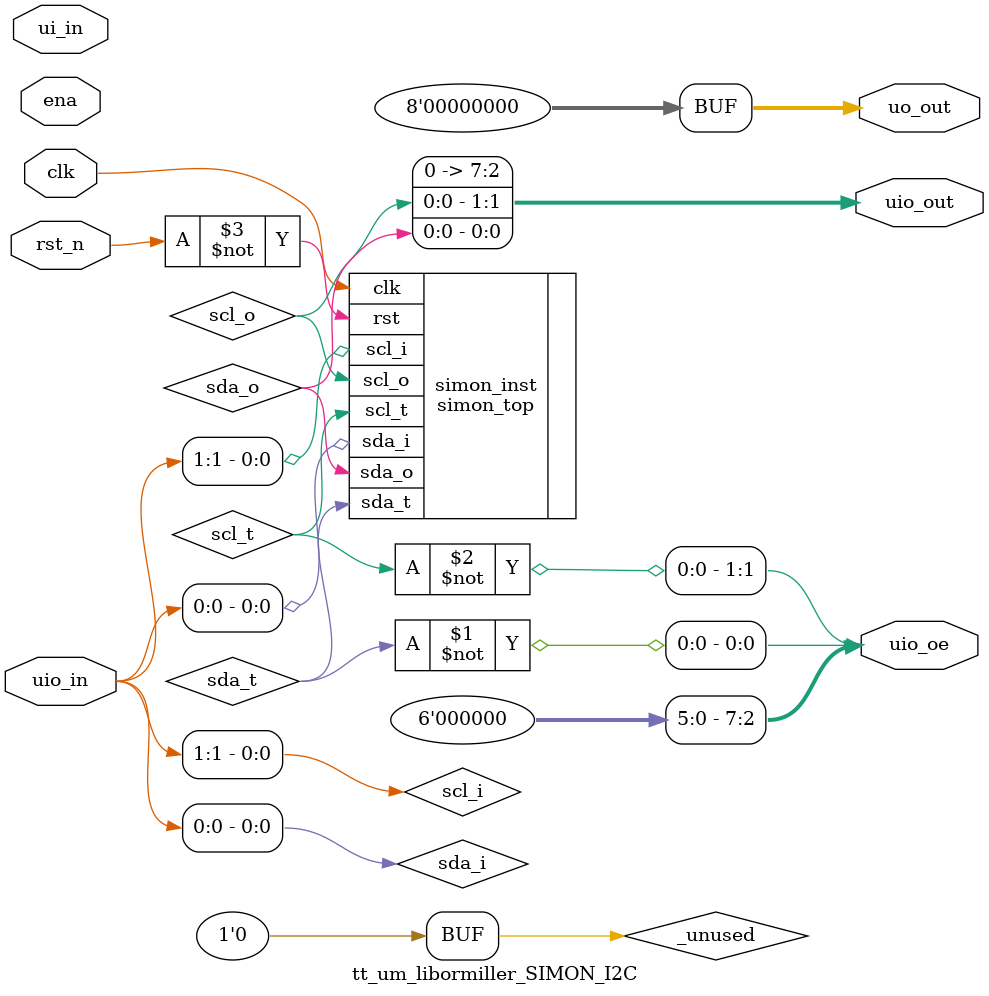
<source format=v>
/*
 * Copyright (c) 2024 Libor Miller
 * SPDX-License-Identifier: Apache-2.0
 */

`default_nettype none

module tt_um_libormiller_SIMON_I2C (
    input  wire [7:0] ui_in,    // Dedicated inputs
    output wire [7:0] uo_out,   // Dedicated outputs
    input  wire [7:0] uio_in,   // IOs: Input path
    output wire [7:0] uio_out,  // IOs: Output path
    output wire [7:0] uio_oe,   // IOs: Enable path (active high: 0=input, 1=output)
    input  wire       ena,      // always 1 when the design is powered, so you can ignore it
    input  wire       clk,      // clock
    input  wire       rst_n     // reset_n - low to reset
);

  // I2C pin mapping:
  //   uio[0] = SDA (bidirectional, active-low open-drain)
  //   uio[1] = SCL (bidirectional, active-low open-drain)

  wire sda_i, sda_o, sda_t;
  wire scl_i, scl_o, scl_t;

  // I2C input: read from uio_in
  assign sda_i = uio_in[0];
  assign scl_i = uio_in[1];

  // I2C output: active-low open-drain emulation
  //   When slave wants to drive low: sda_t=0, sda_o=0 -> uio_out=0, uio_oe=1 (output, driven low)
  //   When slave releases (high-Z):  sda_t=1           -> uio_oe=0 (input, pulled up externally)
  assign uio_out[0] = sda_o;
  assign uio_oe[0]  = ~sda_t;  // sda_t=0 means drive -> oe=1; sda_t=1 means tristate -> oe=0

  assign uio_out[1] = scl_o;
  assign uio_oe[1]  = ~scl_t;  // same logic for SCL

  // Unused uio pins [7:2] as inputs
  assign uio_out[7:2] = 6'b0;
  assign uio_oe[7:2]  = 6'b0;

  // Unused dedicated outputs
  assign uo_out = 8'b0;

  // SIMON top instance
  simon_top simon_inst (
      .clk   (clk),
      .rst   (~rst_n),    // TT uses active-low reset, simon_top uses active-high
      .sda_i (sda_i),
      .sda_o (sda_o),
      .sda_t (sda_t),
      .scl_i (scl_i),
      .scl_o (scl_o),
      .scl_t (scl_t)
  );

  // List all unused inputs to prevent warnings
  wire _unused = &{ena, ui_in, uio_in[7:2], 1'b0};

endmodule

</source>
